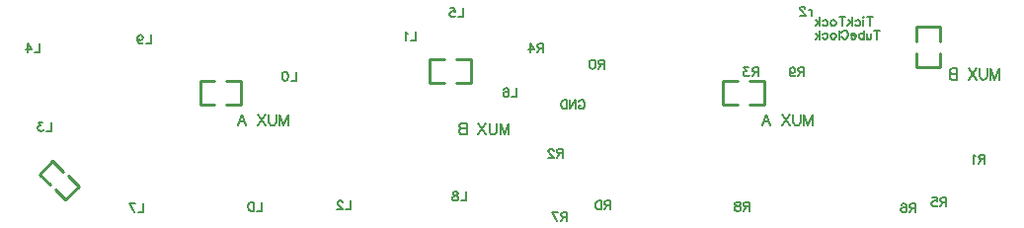
<source format=gbo>
G04 Layer: BottomSilkLayer*
G04 EasyEDA v6.4.24, 2021-09-25T18:24:48+02:00*
G04 92b9668f88874301bfa8342a5f0d0e57,f5a38c858c354eb5b90fd3f81420cce3,10*
G04 Gerber Generator version 0.2*
G04 Scale: 100 percent, Rotated: No, Reflected: No *
G04 Dimensions in millimeters *
G04 leading zeros omitted , absolute positions ,4 integer and 5 decimal *
%FSLAX45Y45*%
%MOMM*%

%ADD10C,0.2540*%
%ADD28C,0.2032*%
%ADD29C,0.1600*%

%LPD*%
D28*
X2598089Y-1007292D02*
G01*
X2598089Y-1102748D01*
X2598089Y-1007292D02*
G01*
X2561727Y-1102748D01*
X2525361Y-1007292D02*
G01*
X2561727Y-1102748D01*
X2525361Y-1007292D02*
G01*
X2525361Y-1102748D01*
X2495362Y-1007292D02*
G01*
X2495362Y-1075474D01*
X2490817Y-1089111D01*
X2481727Y-1098202D01*
X2468090Y-1102748D01*
X2458999Y-1102748D01*
X2445362Y-1098202D01*
X2436271Y-1089111D01*
X2431727Y-1075474D01*
X2431727Y-1007292D01*
X2401724Y-1007292D02*
G01*
X2338090Y-1102748D01*
X2338090Y-1007292D02*
G01*
X2401724Y-1102748D01*
X2201725Y-1007292D02*
G01*
X2238090Y-1102748D01*
X2201725Y-1007292D02*
G01*
X2165362Y-1102748D01*
X2224453Y-1070930D02*
G01*
X2178999Y-1070930D01*
X7093889Y-1007292D02*
G01*
X7093889Y-1102748D01*
X7093889Y-1007292D02*
G01*
X7057527Y-1102748D01*
X7021161Y-1007292D02*
G01*
X7057527Y-1102748D01*
X7021161Y-1007292D02*
G01*
X7021161Y-1102748D01*
X6991162Y-1007292D02*
G01*
X6991162Y-1075474D01*
X6986617Y-1089111D01*
X6977527Y-1098202D01*
X6963890Y-1102748D01*
X6954799Y-1102748D01*
X6941162Y-1098202D01*
X6932071Y-1089111D01*
X6927527Y-1075474D01*
X6927527Y-1007292D01*
X6897524Y-1007292D02*
G01*
X6833890Y-1102748D01*
X6833890Y-1007292D02*
G01*
X6897524Y-1102748D01*
X6697525Y-1007292D02*
G01*
X6733890Y-1102748D01*
X6697525Y-1007292D02*
G01*
X6661162Y-1102748D01*
X6720253Y-1070930D02*
G01*
X6674799Y-1070930D01*
X4490389Y-1083492D02*
G01*
X4490389Y-1178948D01*
X4490389Y-1083492D02*
G01*
X4454027Y-1178948D01*
X4417661Y-1083492D02*
G01*
X4454027Y-1178948D01*
X4417661Y-1083492D02*
G01*
X4417661Y-1178948D01*
X4387662Y-1083492D02*
G01*
X4387662Y-1151674D01*
X4383117Y-1165311D01*
X4374027Y-1174402D01*
X4360390Y-1178948D01*
X4351299Y-1178948D01*
X4337662Y-1174402D01*
X4328571Y-1165311D01*
X4324027Y-1151674D01*
X4324027Y-1083492D01*
X4294024Y-1083492D02*
G01*
X4230390Y-1178948D01*
X4230390Y-1083492D02*
G01*
X4294024Y-1178948D01*
X4130390Y-1083492D02*
G01*
X4130390Y-1178948D01*
X4130390Y-1083492D02*
G01*
X4089481Y-1083492D01*
X4075844Y-1088039D01*
X4071299Y-1092583D01*
X4066753Y-1101674D01*
X4066753Y-1110764D01*
X4071299Y-1119855D01*
X4075844Y-1124402D01*
X4089481Y-1128948D01*
X4130390Y-1128948D02*
G01*
X4089481Y-1128948D01*
X4075844Y-1133492D01*
X4071299Y-1138039D01*
X4066753Y-1147130D01*
X4066753Y-1160764D01*
X4071299Y-1169855D01*
X4075844Y-1174402D01*
X4089481Y-1178948D01*
X4130390Y-1178948D01*
X8694191Y-614090D02*
G01*
X8694191Y-709546D01*
X8694191Y-614090D02*
G01*
X8657828Y-709546D01*
X8621463Y-614090D02*
G01*
X8657828Y-709546D01*
X8621463Y-614090D02*
G01*
X8621463Y-709546D01*
X8591463Y-614090D02*
G01*
X8591463Y-682271D01*
X8586919Y-695909D01*
X8577828Y-704999D01*
X8564191Y-709546D01*
X8555100Y-709546D01*
X8541463Y-704999D01*
X8532373Y-695909D01*
X8527829Y-682271D01*
X8527829Y-614090D01*
X8497826Y-614090D02*
G01*
X8434191Y-709546D01*
X8434191Y-614090D02*
G01*
X8497826Y-709546D01*
X8334192Y-614090D02*
G01*
X8334192Y-709546D01*
X8334192Y-614090D02*
G01*
X8293282Y-614090D01*
X8279645Y-618637D01*
X8275101Y-623181D01*
X8270554Y-632272D01*
X8270554Y-641362D01*
X8275101Y-650453D01*
X8279645Y-654999D01*
X8293282Y-659546D01*
X8334192Y-659546D02*
G01*
X8293282Y-659546D01*
X8279645Y-664090D01*
X8275101Y-668637D01*
X8270554Y-677727D01*
X8270554Y-691362D01*
X8275101Y-700453D01*
X8279645Y-704999D01*
X8293282Y-709546D01*
X8334192Y-709546D01*
X3695700Y-300273D02*
G01*
X3695700Y-376636D01*
X3695700Y-376636D02*
G01*
X3652062Y-376636D01*
X3628064Y-314817D02*
G01*
X3620790Y-311183D01*
X3609881Y-300273D01*
X3609881Y-376636D01*
X2667000Y-643173D02*
G01*
X2667000Y-719536D01*
X2667000Y-719536D02*
G01*
X2623362Y-719536D01*
X2577546Y-643173D02*
G01*
X2588455Y-646808D01*
X2595727Y-657717D01*
X2599364Y-675899D01*
X2599364Y-686808D01*
X2595727Y-704989D01*
X2588455Y-715898D01*
X2577546Y-719536D01*
X2570271Y-719536D01*
X2559362Y-715898D01*
X2552090Y-704989D01*
X2548455Y-686808D01*
X2548455Y-675899D01*
X2552090Y-657717D01*
X2559362Y-646808D01*
X2570271Y-643173D01*
X2577546Y-643173D01*
X1422400Y-325673D02*
G01*
X1422400Y-402036D01*
X1422400Y-402036D02*
G01*
X1378762Y-402036D01*
X1307490Y-351127D02*
G01*
X1311127Y-362036D01*
X1318399Y-369308D01*
X1329309Y-372945D01*
X1332946Y-372945D01*
X1343855Y-369308D01*
X1351127Y-362036D01*
X1354764Y-351127D01*
X1354764Y-347489D01*
X1351127Y-336583D01*
X1343855Y-329308D01*
X1332946Y-325673D01*
X1329309Y-325673D01*
X1318399Y-329308D01*
X1311127Y-336583D01*
X1307490Y-351127D01*
X1307490Y-369308D01*
X1311127Y-387489D01*
X1318399Y-398398D01*
X1329309Y-402036D01*
X1336581Y-402036D01*
X1347490Y-398398D01*
X1351127Y-391126D01*
X469900Y-401871D02*
G01*
X469900Y-478233D01*
X469900Y-478233D02*
G01*
X426262Y-478233D01*
X365899Y-401871D02*
G01*
X402264Y-452780D01*
X347718Y-452780D01*
X365899Y-401871D02*
G01*
X365899Y-478233D01*
X571500Y-1074971D02*
G01*
X571500Y-1151333D01*
X571500Y-1151333D02*
G01*
X527862Y-1151333D01*
X496590Y-1074971D02*
G01*
X456590Y-1074971D01*
X478409Y-1104061D01*
X467499Y-1104061D01*
X460227Y-1107696D01*
X456590Y-1111333D01*
X452955Y-1122243D01*
X452955Y-1129515D01*
X456590Y-1140424D01*
X463862Y-1147696D01*
X474771Y-1151333D01*
X485681Y-1151333D01*
X496590Y-1147696D01*
X500227Y-1144061D01*
X503864Y-1136787D01*
X3136900Y-1748073D02*
G01*
X3136900Y-1824436D01*
X3136900Y-1824436D02*
G01*
X3093262Y-1824436D01*
X3065627Y-1766255D02*
G01*
X3065627Y-1762617D01*
X3061990Y-1755345D01*
X3058355Y-1751708D01*
X3051081Y-1748073D01*
X3036536Y-1748073D01*
X3029262Y-1751708D01*
X3025627Y-1755345D01*
X3021990Y-1762617D01*
X3021990Y-1769889D01*
X3025627Y-1777164D01*
X3032899Y-1788073D01*
X3069264Y-1824436D01*
X3018355Y-1824436D01*
X4127500Y-1671873D02*
G01*
X4127500Y-1748236D01*
X4127500Y-1748236D02*
G01*
X4083862Y-1748236D01*
X4041681Y-1671873D02*
G01*
X4052590Y-1675508D01*
X4056227Y-1682783D01*
X4056227Y-1690055D01*
X4052590Y-1697327D01*
X4045318Y-1700964D01*
X4030771Y-1704599D01*
X4019862Y-1708236D01*
X4012590Y-1715508D01*
X4008955Y-1722782D01*
X4008955Y-1733689D01*
X4012590Y-1740964D01*
X4016227Y-1744598D01*
X4027136Y-1748236D01*
X4041681Y-1748236D01*
X4052590Y-1744598D01*
X4056227Y-1740964D01*
X4059864Y-1733689D01*
X4059864Y-1722782D01*
X4056227Y-1715508D01*
X4048955Y-1708236D01*
X4038046Y-1704599D01*
X4023499Y-1700964D01*
X4016227Y-1697327D01*
X4012590Y-1690055D01*
X4012590Y-1682783D01*
X4016227Y-1675508D01*
X4027136Y-1671873D01*
X4041681Y-1671873D01*
X1358900Y-1773473D02*
G01*
X1358900Y-1849836D01*
X1358900Y-1849836D02*
G01*
X1315262Y-1849836D01*
X1240355Y-1773473D02*
G01*
X1276718Y-1849836D01*
X1291264Y-1773473D02*
G01*
X1240355Y-1773473D01*
X4559300Y-782873D02*
G01*
X4559300Y-859236D01*
X4559300Y-859236D02*
G01*
X4515662Y-859236D01*
X4448027Y-793783D02*
G01*
X4451662Y-786508D01*
X4462571Y-782873D01*
X4469846Y-782873D01*
X4480755Y-786508D01*
X4488027Y-797417D01*
X4491664Y-815599D01*
X4491664Y-833782D01*
X4488027Y-848326D01*
X4480755Y-855598D01*
X4469846Y-859236D01*
X4466209Y-859236D01*
X4455299Y-855598D01*
X4448027Y-848326D01*
X4444390Y-837417D01*
X4444390Y-833782D01*
X4448027Y-822873D01*
X4455299Y-815599D01*
X4466209Y-811964D01*
X4469846Y-811964D01*
X4480755Y-815599D01*
X4488027Y-822873D01*
X4491664Y-833782D01*
X2374900Y-1760773D02*
G01*
X2374900Y-1837136D01*
X2374900Y-1837136D02*
G01*
X2331262Y-1837136D01*
X2307264Y-1760773D02*
G01*
X2307264Y-1837136D01*
X2307264Y-1760773D02*
G01*
X2281809Y-1760773D01*
X2270899Y-1764408D01*
X2263627Y-1771683D01*
X2259990Y-1778955D01*
X2256355Y-1789864D01*
X2256355Y-1808045D01*
X2259990Y-1818954D01*
X2263627Y-1826226D01*
X2270899Y-1833498D01*
X2281809Y-1837136D01*
X2307264Y-1837136D01*
X4102100Y-97073D02*
G01*
X4102100Y-173436D01*
X4102100Y-173436D02*
G01*
X4058462Y-173436D01*
X3990827Y-97073D02*
G01*
X4027190Y-97073D01*
X4030827Y-129799D01*
X4027190Y-126164D01*
X4016281Y-122527D01*
X4005371Y-122527D01*
X3994462Y-126164D01*
X3987190Y-133436D01*
X3983555Y-144345D01*
X3983555Y-151617D01*
X3987190Y-162526D01*
X3994462Y-169798D01*
X4005371Y-173436D01*
X4016281Y-173436D01*
X4027190Y-169798D01*
X4030827Y-166164D01*
X4034464Y-158889D01*
X8572500Y-1354361D02*
G01*
X8572500Y-1430723D01*
X8572500Y-1354361D02*
G01*
X8539772Y-1354361D01*
X8528862Y-1357995D01*
X8525228Y-1361633D01*
X8521590Y-1368905D01*
X8521590Y-1376177D01*
X8525228Y-1383451D01*
X8528862Y-1387086D01*
X8539772Y-1390723D01*
X8572500Y-1390723D01*
X8547046Y-1390723D02*
G01*
X8521590Y-1430723D01*
X8497590Y-1368905D02*
G01*
X8490318Y-1365270D01*
X8479409Y-1354361D01*
X8479409Y-1430723D01*
X5308600Y-541573D02*
G01*
X5308600Y-617936D01*
X5308600Y-541573D02*
G01*
X5275872Y-541573D01*
X5264962Y-545208D01*
X5261328Y-548845D01*
X5257690Y-556117D01*
X5257690Y-563389D01*
X5261328Y-570664D01*
X5264962Y-574299D01*
X5275872Y-577936D01*
X5308600Y-577936D01*
X5283146Y-577936D02*
G01*
X5257690Y-617936D01*
X5211871Y-541573D02*
G01*
X5222781Y-545208D01*
X5230055Y-556117D01*
X5233690Y-574299D01*
X5233690Y-585208D01*
X5230055Y-603389D01*
X5222781Y-614298D01*
X5211871Y-617936D01*
X5204599Y-617936D01*
X5193690Y-614298D01*
X5186418Y-603389D01*
X5182781Y-585208D01*
X5182781Y-574299D01*
X5186418Y-556117D01*
X5193690Y-545208D01*
X5204599Y-541573D01*
X5211871Y-541573D01*
X7023100Y-605073D02*
G01*
X7023100Y-681436D01*
X7023100Y-605073D02*
G01*
X6990372Y-605073D01*
X6979462Y-608708D01*
X6975828Y-612345D01*
X6972190Y-619617D01*
X6972190Y-626889D01*
X6975828Y-634164D01*
X6979462Y-637799D01*
X6990372Y-641436D01*
X7023100Y-641436D01*
X6997646Y-641436D02*
G01*
X6972190Y-681436D01*
X6900918Y-630527D02*
G01*
X6904555Y-641436D01*
X6911827Y-648708D01*
X6922736Y-652345D01*
X6926371Y-652345D01*
X6937281Y-648708D01*
X6944555Y-641436D01*
X6948190Y-630527D01*
X6948190Y-626889D01*
X6944555Y-615983D01*
X6937281Y-608708D01*
X6926371Y-605073D01*
X6922736Y-605073D01*
X6911827Y-608708D01*
X6904555Y-615983D01*
X6900918Y-630527D01*
X6900918Y-648708D01*
X6904555Y-666889D01*
X6911827Y-677798D01*
X6922736Y-681436D01*
X6930009Y-681436D01*
X6940918Y-677798D01*
X6944555Y-670526D01*
X4787900Y-401873D02*
G01*
X4787900Y-478236D01*
X4787900Y-401873D02*
G01*
X4755172Y-401873D01*
X4744262Y-405508D01*
X4740628Y-409145D01*
X4736990Y-416417D01*
X4736990Y-423689D01*
X4740628Y-430964D01*
X4744262Y-434599D01*
X4755172Y-438236D01*
X4787900Y-438236D01*
X4762446Y-438236D02*
G01*
X4736990Y-478236D01*
X4676627Y-401873D02*
G01*
X4712990Y-452782D01*
X4658446Y-452782D01*
X4676627Y-401873D02*
G01*
X4676627Y-478236D01*
X6629400Y-605073D02*
G01*
X6629400Y-681436D01*
X6629400Y-605073D02*
G01*
X6596672Y-605073D01*
X6585762Y-608708D01*
X6582128Y-612345D01*
X6578490Y-619617D01*
X6578490Y-626889D01*
X6582128Y-634164D01*
X6585762Y-637799D01*
X6596672Y-641436D01*
X6629400Y-641436D01*
X6603946Y-641436D02*
G01*
X6578490Y-681436D01*
X6547218Y-605073D02*
G01*
X6507218Y-605073D01*
X6529036Y-634164D01*
X6518127Y-634164D01*
X6510855Y-637799D01*
X6507218Y-641436D01*
X6503581Y-652345D01*
X6503581Y-659617D01*
X6507218Y-670526D01*
X6514490Y-677798D01*
X6525399Y-681436D01*
X6536309Y-681436D01*
X6547218Y-677798D01*
X6550855Y-674164D01*
X6554490Y-666889D01*
X4953000Y-1303573D02*
G01*
X4953000Y-1379936D01*
X4953000Y-1303573D02*
G01*
X4920272Y-1303573D01*
X4909362Y-1307208D01*
X4905728Y-1310845D01*
X4902090Y-1318117D01*
X4902090Y-1325389D01*
X4905728Y-1332664D01*
X4909362Y-1336299D01*
X4920272Y-1339936D01*
X4953000Y-1339936D01*
X4927546Y-1339936D02*
G01*
X4902090Y-1379936D01*
X4874455Y-1321755D02*
G01*
X4874455Y-1318117D01*
X4870818Y-1310845D01*
X4867181Y-1307208D01*
X4859909Y-1303573D01*
X4845362Y-1303573D01*
X4838090Y-1307208D01*
X4834455Y-1310845D01*
X4830818Y-1318117D01*
X4830818Y-1325389D01*
X4834455Y-1332664D01*
X4841727Y-1343573D01*
X4878090Y-1379936D01*
X4827181Y-1379936D01*
X6553200Y-1760773D02*
G01*
X6553200Y-1837136D01*
X6553200Y-1760773D02*
G01*
X6520472Y-1760773D01*
X6509562Y-1764408D01*
X6505928Y-1768045D01*
X6502290Y-1775317D01*
X6502290Y-1782589D01*
X6505928Y-1789864D01*
X6509562Y-1793499D01*
X6520472Y-1797136D01*
X6553200Y-1797136D01*
X6527746Y-1797136D02*
G01*
X6502290Y-1837136D01*
X6460109Y-1760773D02*
G01*
X6471018Y-1764408D01*
X6474655Y-1771683D01*
X6474655Y-1778955D01*
X6471018Y-1786227D01*
X6463746Y-1789864D01*
X6449199Y-1793499D01*
X6438290Y-1797136D01*
X6431018Y-1804408D01*
X6427381Y-1811682D01*
X6427381Y-1822589D01*
X6431018Y-1829864D01*
X6434655Y-1833498D01*
X6445562Y-1837136D01*
X6460109Y-1837136D01*
X6471018Y-1833498D01*
X6474655Y-1829864D01*
X6478290Y-1822589D01*
X6478290Y-1811682D01*
X6474655Y-1804408D01*
X6467381Y-1797136D01*
X6456471Y-1793499D01*
X6441927Y-1789864D01*
X6434655Y-1786227D01*
X6431018Y-1778955D01*
X6431018Y-1771683D01*
X6434655Y-1764408D01*
X6445562Y-1760773D01*
X6460109Y-1760773D01*
X4991100Y-1849673D02*
G01*
X4991100Y-1926036D01*
X4991100Y-1849673D02*
G01*
X4958372Y-1849673D01*
X4947462Y-1853308D01*
X4943828Y-1856945D01*
X4940190Y-1864217D01*
X4940190Y-1871489D01*
X4943828Y-1878764D01*
X4947462Y-1882399D01*
X4958372Y-1886036D01*
X4991100Y-1886036D01*
X4965646Y-1886036D02*
G01*
X4940190Y-1926036D01*
X4865281Y-1849673D02*
G01*
X4901646Y-1926036D01*
X4916190Y-1849673D02*
G01*
X4865281Y-1849673D01*
X7975600Y-1773471D02*
G01*
X7975600Y-1849833D01*
X7975600Y-1773471D02*
G01*
X7942872Y-1773471D01*
X7931962Y-1777105D01*
X7928328Y-1780743D01*
X7924690Y-1788015D01*
X7924690Y-1795287D01*
X7928328Y-1802561D01*
X7931962Y-1806196D01*
X7942872Y-1809833D01*
X7975600Y-1809833D01*
X7950146Y-1809833D02*
G01*
X7924690Y-1849833D01*
X7857055Y-1784380D02*
G01*
X7860690Y-1777105D01*
X7871599Y-1773471D01*
X7878871Y-1773471D01*
X7889781Y-1777105D01*
X7897055Y-1788015D01*
X7900690Y-1806196D01*
X7900690Y-1824380D01*
X7897055Y-1838924D01*
X7889781Y-1846196D01*
X7878871Y-1849833D01*
X7875236Y-1849833D01*
X7864327Y-1846196D01*
X7857055Y-1838924D01*
X7853418Y-1828015D01*
X7853418Y-1824380D01*
X7857055Y-1813471D01*
X7864327Y-1806196D01*
X7875236Y-1802561D01*
X7878871Y-1802561D01*
X7889781Y-1806196D01*
X7897055Y-1813471D01*
X7900690Y-1824380D01*
X5359400Y-1748073D02*
G01*
X5359400Y-1824436D01*
X5359400Y-1748073D02*
G01*
X5326672Y-1748073D01*
X5315762Y-1751708D01*
X5312128Y-1755345D01*
X5308490Y-1762617D01*
X5308490Y-1769889D01*
X5312128Y-1777164D01*
X5315762Y-1780799D01*
X5326672Y-1784436D01*
X5359400Y-1784436D01*
X5333946Y-1784436D02*
G01*
X5308490Y-1824436D01*
X5284490Y-1748073D02*
G01*
X5284490Y-1824436D01*
X5284490Y-1748073D02*
G01*
X5259036Y-1748073D01*
X5248127Y-1751708D01*
X5240855Y-1758983D01*
X5237218Y-1766255D01*
X5233581Y-1777164D01*
X5233581Y-1795345D01*
X5237218Y-1806254D01*
X5240855Y-1813526D01*
X5248127Y-1820798D01*
X5259036Y-1824436D01*
X5284490Y-1824436D01*
X8242300Y-1722666D02*
G01*
X8242300Y-1799028D01*
X8242300Y-1722666D02*
G01*
X8209572Y-1722666D01*
X8198662Y-1726300D01*
X8195028Y-1729938D01*
X8191390Y-1737210D01*
X8191390Y-1744482D01*
X8195028Y-1751756D01*
X8198662Y-1755391D01*
X8209572Y-1759028D01*
X8242300Y-1759028D01*
X8216846Y-1759028D02*
G01*
X8191390Y-1799028D01*
X8123755Y-1722666D02*
G01*
X8160118Y-1722666D01*
X8163755Y-1755391D01*
X8160118Y-1751756D01*
X8149209Y-1748119D01*
X8138299Y-1748119D01*
X8127390Y-1751756D01*
X8120118Y-1759028D01*
X8116481Y-1769938D01*
X8116481Y-1777210D01*
X8120118Y-1788119D01*
X8127390Y-1795391D01*
X8138299Y-1799028D01*
X8149209Y-1799028D01*
X8160118Y-1795391D01*
X8163755Y-1791756D01*
X8167390Y-1784482D01*
X5088953Y-902655D02*
G01*
X5092590Y-895383D01*
X5099862Y-888108D01*
X5107137Y-884473D01*
X5121681Y-884473D01*
X5128953Y-888108D01*
X5136227Y-895383D01*
X5139862Y-902655D01*
X5143500Y-913564D01*
X5143500Y-931745D01*
X5139862Y-942654D01*
X5136227Y-949926D01*
X5128953Y-957198D01*
X5121681Y-960836D01*
X5107137Y-960836D01*
X5099862Y-957198D01*
X5092590Y-949926D01*
X5088953Y-942654D01*
X5088953Y-931745D01*
X5107137Y-931745D02*
G01*
X5088953Y-931745D01*
X5064955Y-884473D02*
G01*
X5064955Y-960836D01*
X5064955Y-884473D02*
G01*
X5014046Y-960836D01*
X5014046Y-884473D02*
G01*
X5014046Y-960836D01*
X4990045Y-884473D02*
G01*
X4990045Y-960836D01*
X4990045Y-884473D02*
G01*
X4964590Y-884473D01*
X4953683Y-888108D01*
X4946408Y-895383D01*
X4942773Y-902655D01*
X4939136Y-913564D01*
X4939136Y-931745D01*
X4942773Y-942654D01*
X4946408Y-949926D01*
X4953683Y-957198D01*
X4964590Y-960836D01*
X4990045Y-960836D01*
D29*
X7584843Y-171602D02*
G01*
X7584843Y-247964D01*
X7610297Y-171602D02*
G01*
X7559387Y-171602D01*
X7535387Y-171602D02*
G01*
X7531752Y-175237D01*
X7528115Y-171602D01*
X7531752Y-167965D01*
X7535387Y-171602D01*
X7531752Y-197055D02*
G01*
X7531752Y-247964D01*
X7460477Y-207965D02*
G01*
X7467752Y-200693D01*
X7475024Y-197055D01*
X7485933Y-197055D01*
X7493205Y-200693D01*
X7500477Y-207965D01*
X7504115Y-218874D01*
X7504115Y-226146D01*
X7500477Y-237055D01*
X7493205Y-244327D01*
X7485933Y-247964D01*
X7475024Y-247964D01*
X7467752Y-244327D01*
X7460477Y-237055D01*
X7436479Y-171602D02*
G01*
X7436479Y-247964D01*
X7400114Y-197055D02*
G01*
X7436479Y-233418D01*
X7421933Y-218874D02*
G01*
X7396479Y-247964D01*
X7347023Y-171602D02*
G01*
X7347023Y-247964D01*
X7372479Y-171602D02*
G01*
X7321570Y-171602D01*
X7279388Y-197055D02*
G01*
X7286660Y-200693D01*
X7293932Y-207965D01*
X7297569Y-218874D01*
X7297569Y-226146D01*
X7293932Y-237055D01*
X7286660Y-244327D01*
X7279388Y-247964D01*
X7268479Y-247964D01*
X7261207Y-244327D01*
X7253932Y-237055D01*
X7250297Y-226146D01*
X7250297Y-218874D01*
X7253932Y-207965D01*
X7261207Y-200693D01*
X7268479Y-197055D01*
X7279388Y-197055D01*
X7182660Y-207965D02*
G01*
X7189934Y-200693D01*
X7197206Y-197055D01*
X7208116Y-197055D01*
X7215388Y-200693D01*
X7222660Y-207965D01*
X7226297Y-218874D01*
X7226297Y-226146D01*
X7222660Y-237055D01*
X7215388Y-244327D01*
X7208116Y-247964D01*
X7197206Y-247964D01*
X7189934Y-244327D01*
X7182660Y-237055D01*
X7158659Y-171602D02*
G01*
X7158659Y-247964D01*
X7122297Y-197055D02*
G01*
X7158659Y-233418D01*
X7144115Y-218874D02*
G01*
X7118659Y-247964D01*
X7648343Y-285902D02*
G01*
X7648343Y-362264D01*
X7673797Y-285902D02*
G01*
X7622887Y-285902D01*
X7598887Y-311355D02*
G01*
X7598887Y-347718D01*
X7595252Y-358627D01*
X7587978Y-362264D01*
X7577068Y-362264D01*
X7569796Y-358627D01*
X7558887Y-347718D01*
X7558887Y-311355D02*
G01*
X7558887Y-362264D01*
X7534887Y-285902D02*
G01*
X7534887Y-362264D01*
X7534887Y-322265D02*
G01*
X7527615Y-314993D01*
X7520343Y-311355D01*
X7509433Y-311355D01*
X7502161Y-314993D01*
X7494887Y-322265D01*
X7491252Y-333174D01*
X7491252Y-340446D01*
X7494887Y-351355D01*
X7502161Y-358627D01*
X7509433Y-362264D01*
X7520343Y-362264D01*
X7527615Y-358627D01*
X7534887Y-351355D01*
X7467252Y-333174D02*
G01*
X7423614Y-333174D01*
X7423614Y-325902D01*
X7427252Y-318627D01*
X7430886Y-314993D01*
X7438161Y-311355D01*
X7449070Y-311355D01*
X7456342Y-314993D01*
X7463614Y-322265D01*
X7467252Y-333174D01*
X7467252Y-340446D01*
X7463614Y-351355D01*
X7456342Y-358627D01*
X7449070Y-362264D01*
X7438161Y-362264D01*
X7430886Y-358627D01*
X7423614Y-351355D01*
X7345070Y-304083D02*
G01*
X7348705Y-296811D01*
X7355979Y-289537D01*
X7363251Y-285902D01*
X7377798Y-285902D01*
X7385070Y-289537D01*
X7392342Y-296811D01*
X7395979Y-304083D01*
X7399614Y-314993D01*
X7399614Y-333174D01*
X7395979Y-344083D01*
X7392342Y-351355D01*
X7385070Y-358627D01*
X7377798Y-362264D01*
X7363251Y-362264D01*
X7355979Y-358627D01*
X7348705Y-351355D01*
X7345070Y-344083D01*
X7321069Y-285902D02*
G01*
X7321069Y-362264D01*
X7278888Y-311355D02*
G01*
X7286160Y-314993D01*
X7293434Y-322265D01*
X7297069Y-333174D01*
X7297069Y-340446D01*
X7293434Y-351355D01*
X7286160Y-358627D01*
X7278888Y-362264D01*
X7267978Y-362264D01*
X7260706Y-358627D01*
X7253434Y-351355D01*
X7249797Y-340446D01*
X7249797Y-333174D01*
X7253434Y-322265D01*
X7260706Y-314993D01*
X7267978Y-311355D01*
X7278888Y-311355D01*
X7182159Y-322265D02*
G01*
X7189434Y-314993D01*
X7196706Y-311355D01*
X7207615Y-311355D01*
X7214887Y-314993D01*
X7222159Y-322265D01*
X7225797Y-333174D01*
X7225797Y-340446D01*
X7222159Y-351355D01*
X7214887Y-358627D01*
X7207615Y-362264D01*
X7196706Y-362264D01*
X7189434Y-358627D01*
X7182159Y-351355D01*
X7158161Y-285902D02*
G01*
X7158161Y-362264D01*
X7121796Y-311355D02*
G01*
X7158161Y-347718D01*
X7143615Y-333174D02*
G01*
X7118162Y-362264D01*
X7089597Y-108155D02*
G01*
X7089597Y-159064D01*
X7089597Y-129974D02*
G01*
X7085959Y-119065D01*
X7078687Y-111793D01*
X7071415Y-108155D01*
X7060506Y-108155D01*
X7032868Y-100883D02*
G01*
X7032868Y-97246D01*
X7029234Y-89974D01*
X7025596Y-86337D01*
X7018324Y-82702D01*
X7003778Y-82702D01*
X6996506Y-86337D01*
X6992868Y-89974D01*
X6989234Y-97246D01*
X6989234Y-104518D01*
X6992868Y-111793D01*
X7000143Y-122702D01*
X7036506Y-159064D01*
X6985596Y-159064D01*
D10*
X802068Y-1624919D02*
G01*
X690920Y-1740016D01*
X558152Y-1611096D02*
G01*
X468238Y-1524266D01*
X669300Y-1495999D02*
G01*
X579386Y-1409169D01*
X600999Y-1653184D02*
G01*
X690920Y-1740016D01*
X712149Y-1538084D02*
G01*
X802068Y-1624919D01*
X579386Y-1409169D02*
G01*
X468238Y-1524266D01*
X1969300Y-927496D02*
G01*
X1844299Y-927496D01*
X1969300Y-723503D02*
G01*
X1844299Y-723503D01*
X2069299Y-927496D02*
G01*
X2194300Y-927496D01*
X2069299Y-723503D02*
G01*
X2194300Y-723503D01*
X1844296Y-927496D02*
G01*
X1844299Y-723503D01*
X2194300Y-927496D02*
G01*
X2194300Y-723503D01*
X3937800Y-736996D02*
G01*
X3812799Y-736996D01*
X3937800Y-533003D02*
G01*
X3812799Y-533003D01*
X4037799Y-736996D02*
G01*
X4162800Y-736996D01*
X4037799Y-533003D02*
G01*
X4162800Y-533003D01*
X3812796Y-736996D02*
G01*
X3812799Y-533003D01*
X4162800Y-736996D02*
G01*
X4162800Y-533003D01*
X6452400Y-927496D02*
G01*
X6327399Y-927496D01*
X6452400Y-723503D02*
G01*
X6327399Y-723503D01*
X6552399Y-927496D02*
G01*
X6677400Y-927496D01*
X6552399Y-723503D02*
G01*
X6677400Y-723503D01*
X6327396Y-927496D02*
G01*
X6327399Y-723503D01*
X6677400Y-927496D02*
G01*
X6677400Y-723503D01*
X8191896Y-481799D02*
G01*
X8191896Y-606800D01*
X7987903Y-481799D02*
G01*
X7987903Y-606800D01*
X8191896Y-381800D02*
G01*
X8191896Y-256799D01*
X7987903Y-381800D02*
G01*
X7987903Y-256799D01*
X8191896Y-606803D02*
G01*
X7987903Y-606800D01*
X8191896Y-256799D02*
G01*
X7987903Y-256799D01*
M02*

</source>
